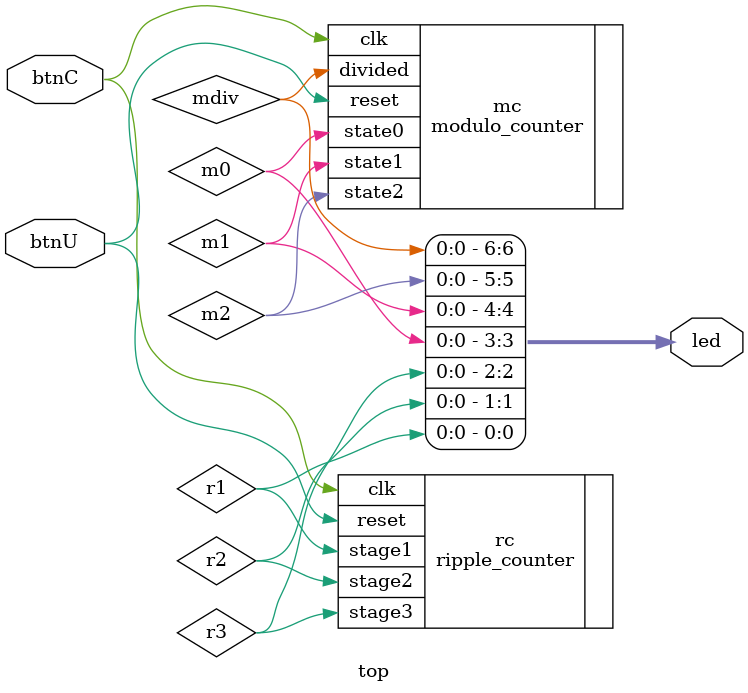
<source format=v>
module top(
    input btnU,
    input btnC,
    output [6:0] led
);

    // Ripple counter outputs
    wire r1;
    wire r2;
    wire r3;

    // Modulo counter outputs
    wire m0;
    wire m1;
    wire m2;
    wire mdiv;

    // Ripple counter
    ripple_counter rc(
        .clk(btnC),
        .reset(btnU),
        .stage1(r1),
        .stage2(r2),
        .stage3(r3)
    );

    // Modulo counter
    modulo_counter mc(
        .clk(btnC),
        .reset(btnU),
        .state0(m0),
        .state1(m1),
        .state2(m2),
        .divided(mdiv)
    );

    // LED assignments
    assign led[0] = r1;
    assign led[1] = r2;
    assign led[2] = r3;
    assign led[3] = m0;
    assign led[4] = m1;
    assign led[5] = m2;
    assign led[6] = mdiv;

endmodule

</source>
